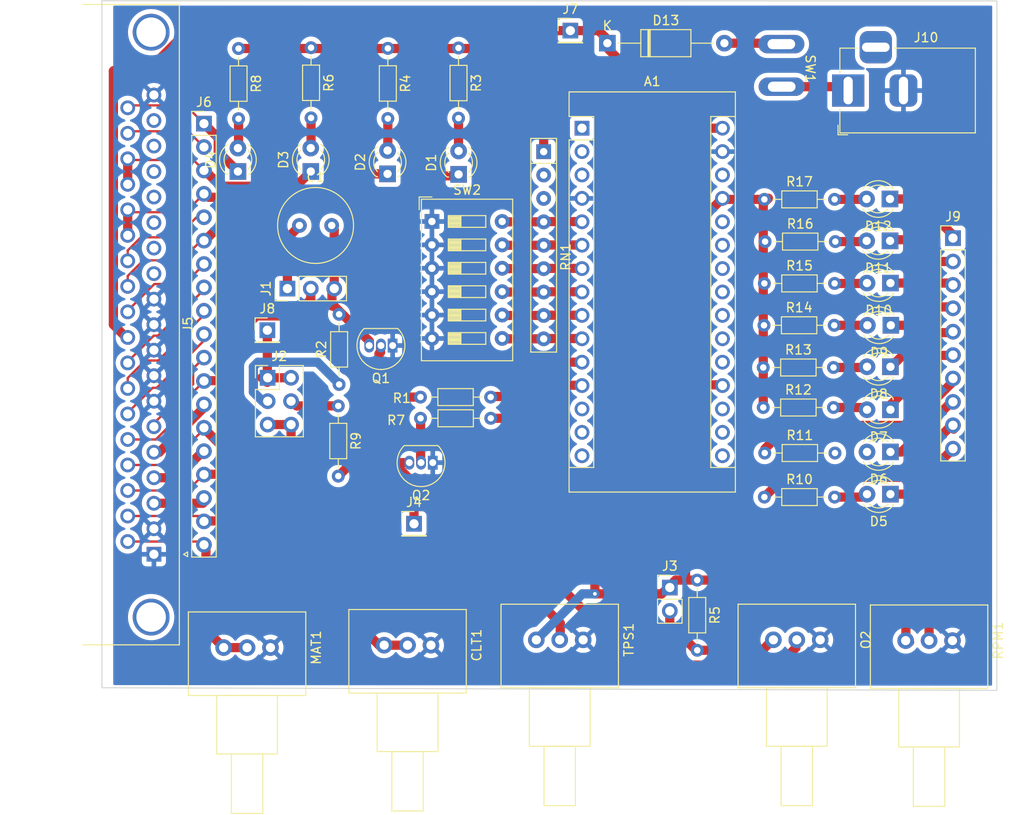
<source format=kicad_pcb>
(kicad_pcb (version 20211014) (generator pcbnew)
  (layers (0 "F.Cu" signal) (31 "B.Cu" signal) (34 "B.Paste" user) (35 "F.Paste" user) (36 "B.SilkS" user "B.Silkscreen") (37 "F.SilkS" user "F.Silkscreen") (38 "B.Mask" user) (39 "F.Mask" user) (44 "Edge.Cuts" user))
  (net 0 "")
  (net 4 "GND")
  (net 5 "Net-(A1-Pad5)")
  (net 6 "Net-(A1-Pad6)")
  (net 7 "Net-(A1-Pad7)")
  (net 8 "Net-(A1-Pad8)")
  (net 9 "Net-(A1-Pad9)")
  (net 10 "Net-(A1-Pad10)")
  (net 11 "Net-(A1-Pad11)")
  (net 12 "Net-(A1-Pad12)")
  (net 19 "Net-(A1-Pad19)")
  (net 27 "Net-(A1-Pad27)")
  (net 29 "Net-(A1-Pad30)")
  (net 30 "Net-(C1-Pad1)")
  (net 31 "Net-(C1-Pad2)")
  (net 32 "Net-(CLT1-Pad1)")
  (net 33 "Net-(D1-Pad1)")
  (net 34 "Net-(D1-Pad2)")
  (net 35 "Net-(D2-Pad1)")
  (net 36 "Net-(D2-Pad2)")
  (net 37 "Net-(D3-Pad1)")
  (net 38 "Net-(D3-Pad2)")
  (net 39 "Net-(D4-Pad1)")
  (net 40 "Net-(D4-Pad2)")
  (net 41 "Net-(J1-Pad2)")
  (net 42 "Net-(J2-Pad3)")
  (net 43 "Net-(J2-Pad4)")
  (net 44 "Net-(D5-Pad1)")
  (net 45 "Net-(J4-Pad1)")
  (net 46 "Net-(J5-Pad3)")
  (net 47 "Net-(J5-Pad4)")
  (net 48 "Net-(J5-Pad5)")
  (net 49 "Net-(J5-Pad6)")
  (net 57 "Net-(D5-Pad2)")
  (net 58 "Net-(D6-Pad1)")
  (net 59 "Net-(D6-Pad2)")
  (net 60 "Net-(J5-Pad25)")
  (net 61 "Net-(J5-Pad26)")
  (net 62 "Net-(J5-Pad27)")
  (net 63 "Net-(J5-Pad29)")
  (net 64 "Net-(J5-Pad31)")
  (net 65 "Net-(J5-Pad36)")
  (net 66 "Net-(D7-Pad1)")
  (net 67 "Net-(Q1-Pad2)")
  (net 68 "Net-(Q2-Pad2)")
  (net 69 "Net-(J2-Pad1)")
  (net 70 "Net-(D7-Pad2)")
  (net 71 "Net-(D8-Pad1)")
  (net 72 "Net-(D8-Pad2)")
  (net 73 "Net-(D9-Pad1)")
  (net 74 "Net-(D9-Pad2)")
  (net 75 "Net-(D10-Pad1)")
  (net 76 "Net-(D10-Pad2)")
  (net 77 "Net-(D11-Pad1)")
  (net 78 "Net-(D11-Pad2)")
  (net 79 "Net-(D12-Pad1)")
  (net 80 "Net-(D12-Pad2)")
  (net 81 "Net-(D13-Pad2)")
  (net 82 "Net-(J3-Pad2)")
  (net 83 "Net-(J5-Pad20)")
  (net 84 "Net-(J5-Pad22)")
  (net 85 "Net-(J5-Pad23)")
  (net 86 "Net-(J9-Pad7)")
  (net 87 "Net-(J9-Pad9)")
  (net 88 "Net-(J10-Pad1)")
  (footprint "Resistor_THT:R_Array_SIP9" (layer "F.Cu") (at 146.553 67.21 -90)
    (fp_text reference "RN1")
    (fp_text value "R_Network08_US")
  )
  (footprint "LED_THT:LED_D3.0mm_Clear" (layer "F.Cu") (at 129.616 69.6215 90)
    (fp_text reference "D2")
    (fp_text value "LED")
  )
  (footprint "LED_THT:LED_D3.0mm_Clear" (layer "F.Cu") (at 184.175 90.56217 180)
    (fp_text reference "D8")
    (fp_text value "LED")
  )
  (footprint "Connector_BarrelJack:BarrelJack_Horizontal" (layer "F.Cu") (at 179.589 60.574 180)
    (fp_text reference "J10")
    (fp_text value "Barrel_Jack")
  )
  (footprint "Resistor_THT:R_Axial_DIN0204_L3.6mm_D1.6mm_P7.62mm_Horizontal" (layer "F.Cu") (at 170.497 104.70917)
    (fp_text reference "R10")
    (fp_text value "330")
  )
  (footprint "Connector_PinHeader_2.54mm:PinHeader_1x01_P2.54mm_Vertical" (layer "F.Cu") (at 132.486 107.609)
    (fp_text reference "J4")
    (fp_text value "2ND Trigger")
  )
  (footprint "Capacitor_THT:C_Radial_D8.0mm_H11.5mm_P3.50mm" (layer "F.Cu") (at 120.054 75.22)
    (fp_text reference "C1")
    (fp_text value "100n")
  )
  (footprint "Connector_PinHeader_2.54mm:PinHeader_1x02_P2.54mm_Vertical" (layer "F.Cu") (at 160.238 114.527)
    (fp_text reference "J3")
    (fp_text value "O2")
  )
  (footprint "Connector_PinHeader_2.54mm:PinHeader_1x01_P2.54mm_Vertical" (layer "F.Cu") (at 116.57 86.591)
    (fp_text reference "J8")
    (fp_text value "12v")
  )
  (footprint "Resistor_THT:R_Axial_DIN0204_L3.6mm_D1.6mm_P7.62mm_Horizontal" (layer "F.Cu") (at 170.497 81.51517)
    (fp_text reference "R15")
    (fp_text value "330")
  )
  (footprint "Diode_THT:D_A-405_P12.70mm_Horizontal" (layer "F.Cu") (at 153.461 55.433)
    (fp_text reference "D13")
    (fp_text value "D")
  )
  (footprint "Connector_Dsub:DSUB-37_Female_Horizontal_P2.77x2.84mm_EdgePinOffset4.94mm_Housed_MountingHolesOffset7.48mm" (layer "F.Cu") (at 104.265331 110.92 -90)
    (fp_text reference "J5")
    (fp_text value "DB37_Male")
  )
  (footprint "Potentiometer_THT:Potentiometer_Vishay_148-149_Single_Horizontal" (layer "F.Cu") (at 111.833 121.05 -90)
    (fp_text reference "MAT1")
    (fp_text value "10K")
  )
  (footprint "Package_TO_SOT_THT:TO-92_Inline" (layer "F.Cu") (at 134.519 100.9695 180)
    (fp_text reference "Q2")
    (fp_text value "2N3904")
  )
  (footprint "Resistor_THT:R_Axial_DIN0204_L3.6mm_D1.6mm_P7.62mm_Horizontal" (layer "F.Cu") (at 163.214 113.72 -90)
    (fp_text reference "R5")
    (fp_text value "1K")
  )
  (footprint "Potentiometer_THT:Potentiometer_Vishay_148-149_Single_Horizontal" (layer "F.Cu") (at 129.245 120.7875 -90)
    (fp_text reference "CLT1")
    (fp_text value "10K")
  )
  (footprint "Connector_PinHeader_2.54mm:PinHeader_1x03_P2.54mm_Vertical" (layer "F.Cu") (at 118.748 82.074 90)
    (fp_text reference "J1")
    (fp_text value "TACH")
  )
  (footprint "Potentiometer_THT:Potentiometer_Vishay_148-149_Single_Horizontal" (layer "F.Cu") (at 185.828 120.293 -90)
    (fp_text reference "RPM1")
    (fp_text value "10K")
  )
  (footprint "Connector_PinHeader_2.54mm:PinHeader_2x03_P2.54mm_Vertical" (layer "F.Cu") (at 116.607 91.7575)
    (fp_text reference "J2")
    (fp_text value "Conn_02x03_Odd_Even")
  )
  (footprint "LED_THT:LED_D3.0mm_Clear" (layer "F.Cu") (at 113.38 69.3635 90)
    (fp_text reference "D4")
    (fp_text value "LED")
  )
  (footprint "Connector_PinHeader_2.54mm:PinHeader_1x01_P2.54mm_Vertical" (layer "F.Cu") (at 149.445 54.0705)
    (fp_text reference "J7")
    (fp_text value "12v")
  )
  (footprint "Resistor_THT:R_Axial_DIN0204_L3.6mm_D1.6mm_P7.62mm_Horizontal" (layer "F.Cu") (at 170.497 72.38917)
    (fp_text reference "R17")
    (fp_text value "330")
  )
  (footprint "Potentiometer_THT:Potentiometer_Vishay_148-149_Single_Horizontal" (layer "F.Cu") (at 171.476 120.205 -90)
    (fp_text reference "O2")
    (fp_text value "10K")
  )
  (footprint "Resistor_THT:R_Axial_DIN0204_L3.6mm_D1.6mm_P7.62mm_Horizontal" (layer "F.Cu") (at 170.378 94.98517)
    (fp_text reference "R12")
    (fp_text value "330")
  )
  (footprint "Resistor_THT:R_Axial_DIN0204_L3.6mm_D1.6mm_P7.62mm_Horizontal" (layer "F.Cu") (at 170.457 86.05817)
    (fp_text reference "R14")
    (fp_text value "330")
  )
  (footprint "Resistor_THT:R_Axial_DIN0204_L3.6mm_D1.6mm_P7.62mm_Horizontal" (layer "F.Cu") (at 170.378 90.64117)
    (fp_text reference "R13")
    (fp_text value "330")
  )
  (footprint "Resistor_THT:R_Axial_DIN0204_L3.6mm_D1.6mm_P7.62mm_Horizontal" (layer "F.Cu") (at 170.577 76.97217)
    (fp_text reference "R16")
    (fp_text value "330")
  )
  (footprint "Resistor_THT:R_Axial_DIN0204_L3.6mm_D1.6mm_P7.62mm_Horizontal" (layer "F.Cu") (at 129.645 55.9945 -90)
    (fp_text reference "R4")
    (fp_text value "330")
  )
  (footprint "Button_Switch_THT:MTS-101_SPST" (layer "F.Cu") (at 172.378 55.456 -90)
    (fp_text reference "SW1")
    (fp_text value "SW_SPST")
  )
  (footprint "LED_THT:LED_D3.0mm_Clear" (layer "F.Cu") (at 184.175 104.39117 180)
    (fp_text reference "D5")
    (fp_text value "LED")
  )
  (footprint "LED_THT:LED_D3.0mm_Clear" (layer "F.Cu") (at 137.326 69.6765 90)
    (fp_text reference "D1")
    (fp_text value "LED")
  )
  (footprint "Resistor_THT:R_Axial_DIN0204_L3.6mm_D1.6mm_P7.62mm_Horizontal" (layer "F.Cu") (at 140.804 93.8545 180)
    (fp_text reference "R1")
    (fp_text value "1K")
  )
  (footprint "Module:Arduino_Nano" (layer "F.Cu") (at 150.712 64.663)
    (fp_text reference "A1")
    (fp_text value "Arduino_Nano_v3.x")
  )
  (footprint "LED_THT:LED_D3.0mm_Clear" (layer "F.Cu") (at 184.175 99.80817 180)
    (fp_text reference "D6")
    (fp_text value "LED")
  )
  (footprint "Resistor_THT:R_Axial_DIN0204_L3.6mm_D1.6mm_P7.62mm_Horizontal" (layer "F.Cu") (at 124.359 92.4855 90)
    (fp_text reference "R2")
    (fp_text value "1K")
  )
  (footprint "Potentiometer_THT:Potentiometer_Vishay_148-149_Single_Horizontal" (layer "F.Cu") (at 145.756 120.2095 -90)
    (fp_text reference "TPS1")
    (fp_text value "10K")
  )
  (footprint "Resistor_THT:R_Axial_DIN0204_L3.6mm_D1.6mm_P7.62mm_Horizontal" (layer "F.Cu") (at 140.814 96.1535 180)
    (fp_text reference "R7")
    (fp_text value "1K")
  )
  (footprint "Resistor_THT:R_Axial_DIN0204_L3.6mm_D1.6mm_P7.62mm_Horizontal" (layer "F.Cu") (at 170.537 99.92717)
    (fp_text reference "R11")
    (fp_text value "330")
  )
  (footprint "LED_THT:LED_D3.0mm_Clear" (layer "F.Cu") (at 184.135 76.89217 180)
    (fp_text reference "D11")
    (fp_text value "LED")
  )
  (footprint "Connector_PinHeader_2.54mm:PinHeader_1x10_P2.54mm_Vertical" (layer "F.Cu") (at 190.963 76.59517)
    (fp_text reference "J9")
    (fp_text value "Conn_01x10_Female")
  )
  (footprint "LED_THT:LED_D3.0mm_Clear" (layer "F.Cu") (at 184.175 81.47517 180)
    (fp_text reference "D10")
    (fp_text value "LED")
  )
  (footprint "Resistor_THT:R_Axial_DIN0204_L3.6mm_D1.6mm_P7.62mm_Horizontal" (layer "F.Cu") (at 121.315 55.9225 -90)
    (fp_text reference "R6")
    (fp_text value "330")
  )
  (footprint "LED_THT:LED_D3.0mm_Clear" (layer "F.Cu") (at 184.215 86.05817 180)
    (fp_text reference "D9")
    (fp_text value "LED")
  )
  (footprint "Button_Switch_THT:SW_DIP_SPSTx06_Slide_9.78x17.42mm_W7.62mm_P2.54mm" (layer "F.Cu") (at 134.43 74.789)
    (fp_text reference "SW2")
    (fp_text value "SW_DIP_x06")
  )
  (footprint "LED_THT:LED_D3.0mm_Clear" (layer "F.Cu") (at 184.175 95.22517 180)
    (fp_text reference "D7")
    (fp_text value "LED")
  )
  (footprint "Resistor_THT:R_Axial_DIN0204_L3.6mm_D1.6mm_P7.62mm_Horizontal" (layer "F.Cu") (at 124.269 94.8115 -90)
    (fp_text reference "R9")
    (fp_text value "1K")
  )
  (footprint "LED_THT:LED_D3.0mm_Clear" (layer "F.Cu") (at 184.124 72.34917 180)
    (fp_text reference "D12")
    (fp_text value "LED")
  )
  (footprint "LED_THT:LED_D3.0mm_Clear" (layer "F.Cu") (at 121.284 69.3635 90)
    (fp_text reference "D3")
    (fp_text value "LED")
  )
  (footprint "Connector_PinHeader_2.54mm:PinHeader_1x19_P2.54mm_Vertical" (layer "F.Cu") (at 109.695 64.168)
    (fp_text reference "J6")
    (fp_text value "Conn_01x19_Male")
  )
  (footprint "Resistor_THT:R_Axial_DIN0204_L3.6mm_D1.6mm_P7.62mm_Horizontal" (layer "F.Cu") (at 137.313 55.9515 -90)
    (fp_text reference "R3")
    (fp_text value "330")
  )
  (footprint "Resistor_THT:R_Axial_DIN0204_L3.6mm_D1.6mm_P7.62mm_Horizontal" (layer "F.Cu") (at 113.448 56.0115 -90)
    (fp_text reference "R8")
    (fp_text value "330")
  )
  (footprint "Package_TO_SOT_THT:TO-92_Inline" (layer "F.Cu") (at 130.167 88.259 180)
    (fp_text reference "Q1")
    (fp_text value "2N3904")
  )
  (gr_line (start 98.602 50.831) (end 195.706 50.845) (layer "Edge.Cuts") (width 0.1))
  (gr_line (start 195.725 50.836) (end 195.713 125.68) (layer "Edge.Cuts") (width 0.1))
  (gr_line (start 98.624 125.412) (end 98.624 50.808) (layer "Edge.Cuts") (width 0.1))
  (gr_line (start 195.713 125.691) (end 98.626 125.408) (layer "Edge.Cuts") (width 0.1))
  (segment (start 150.809 74.802) (end 150.878 74.871) (width 1) (layer "F.Cu") (net 5))
  (segment (start 147.1735 74.802) (end 150.809 74.802) (width 1) (layer "F.Cu") (net 5))
  (segment (start 142.204 74.83) (end 142.154 74.78) (width 1) (layer "F.Cu") (net 5))
  (segment (start 146.553 74.83) (end 142.204 74.83) (width 1) (layer "F.Cu") (net 5))
  (segment (start 142.493 77.37) (end 142.427 77.304) (width 1) (layer "F.Cu") (net 6))
  (segment (start 146.553 77.37) (end 142.493 77.37) (width 1) (layer "F.Cu") (net 6))
  (segment (start 147.1735 77.342) (end 150.639 77.342) (width 1) (layer "F.Cu") (net 6))
  (segment (start 150.729 79.882) (end 150.745 79.866) (width 1) (layer "F.Cu") (net 7))
  (segment (start 147.1735 79.882) (end 150.729 79.882) (width 1) (layer "F.Cu") (net 7))
  (segment (start 146.553 79.91) (end 142.072 79.91) (width 1) (layer "F.Cu") (net 7))
  (segment (start 142.072 79.91) (end 141.984 79.998) (width 1) (layer "F.Cu") (net 7))
  (segment (start 150.712 82.443) (end 150.73 82.443) (width 1) (layer "F.Cu") (net 8))
  (segment (start 146.553 82.45) (end 141.946 82.45) (width 1) (layer "F.Cu") (net 8))
  (segment (start 150.751 82.422) (end 150.825 82.496) (width 1) (layer "F.Cu") (net 8))
  (segment (start 141.946 82.45) (end 141.881 82.385) (width 1) (layer "F.Cu") (net 8))
  (segment (start 150.73 82.443) (end 150.751 82.422) (width 1) (layer "F.Cu") (net 8))
  (segment (start 147.1735 82.422) (end 150.751 82.422) (width 1) (layer "F.Cu") (net 8))
  (segment (start 142.346 84.99) (end 142.291 85.045) (width 1) (layer "F.Cu") (net 9))
  (segment (start 150.873 84.962) (end 150.958 85.047) (width 1) (layer "F.Cu") (net 9))
  (segment (start 147.1735 84.962) (end 150.873 84.962) (width 1) (layer "F.Cu") (net 9))
  (segment (start 146.553 84.99) (end 142.346 84.99) (width 1) (layer "F.Cu") (net 9))
  (segment (start 150.815 87.523) (end 150.836 87.502) (width 1) (layer "F.Cu") (net 10))
  (segment (start 150.836 87.502) (end 150.878 87.544) (width 1) (layer "F.Cu") (net 10))
  (segment (start 142.218 87.53) (end 142.086 87.398) (width 1) (layer "F.Cu") (net 10))
  (segment (start 147.1735 87.502) (end 150.836 87.502) (width 1) (layer "F.Cu") (net 10))
  (segment (start 146.553 87.53) (end 142.218 87.53) (width 1) (layer "F.Cu") (net 10))
  (segment (start 150.712 87.523) (end 150.815 87.523) (width 1) (layer "F.Cu") (net 10))
  (segment (start 150.712 90.063) (end 148.758 90.063) (width 1) (layer "F.Cu") (net 11))
  (segment (start 148.758 90.063) (end 145.033 93.788) (width 1) (layer "F.Cu") (net 11))
  (segment (start 140.798 93.7195) (end 140.702 93.8155) (width 1) (layer "F.Cu") (net 11))
  (segment (start 145.033 93.788) (end 140.809 93.788) (width 1) (layer "F.Cu") (net 11))
  (segment (start 148.779 92.566) (end 150.772 92.566) (width 1) (layer "F.Cu") (net 12))
  (segment (start 145.1915 96.1535) (end 148.779 92.566) (width 1) (layer "F.Cu") (net 12))
  (segment (start 140.814 96.1535) (end 145.1915 96.1535) (width 1) (layer "F.Cu") (net 12))
  (segment (start 163.734 92.526) (end 165.885 92.526) (width 1) (layer "F.Cu") (net 19))
  (segment (start 164.929 110.879) (end 163.14552 109.09552) (width 1) (layer "F.Cu") (net 19))
  (segment (start 182.146 110.879) (end 164.929 110.879) (width 1) (layer "F.Cu") (net 19))
  (segment (start 188.368 120.293) (end 188.368 117.101) (width 1) (layer "F.Cu") (net 19))
  (segment (start 188.368 117.101) (end 182.146 110.879) (width 1) (layer "F.Cu") (net 19))
  (segment (start 163.14552 93.11448) (end 163.734 92.526) (width 1) (layer "F.Cu") (net 19))
  (segment (start 163.14552 109.09552) (end 163.14552 93.11448) (width 1) (layer "F.Cu") (net 19))
  (segment (start 166.19217 72.38917) (end 165.885 72.082) (width 1) (layer "F.Cu") (net 27))
  (segment (start 161.946 72.897978) (end 161.946 77.075) (width 1) (layer "F.Cu") (net 27))
  (segment (start 146.921511 57.873489) (end 161.946 72.897978) (width 1) (layer "F.Cu") (net 27))
  (segment (start 185.851 116.617) (end 185.851 119.845) (width 1) (layer "F.Cu") (net 27))
  (segment (start 186.105949 120.293) (end 186.255949 120.443) (width 1) (layer "F.Cu") (net 27))
  (segment (start 151.76748 113.39098) (end 152.109 113.7325) (width 1) (layer "F.Cu") (net 27))
  (segment (start 146.553 67.21) (end 146.553 58.242) (width 1) (layer "F.Cu") (net 27))
  (segment (start 119.147 96.8375) (end 119.147 105.020744) (width 1) (layer "F.Cu") (net 27))
  (segment (start 161.946 76.289) (end 161.946 77.075) (width 1) (layer "F.Cu") (net 27))
  (segment (start 159.3645 115.2145) (end 152.109 115.2145) (width 1) (layer "F.Cu") (net 27))
  (segment (start 182.954 113.72) (end 185.851 116.617) (width 1) (layer "F.Cu") (net 27))
  (segment (start 113.448 56.0115) (end 145.059522 56.0115) (width 1) (layer "F.Cu") (net 27))
  (segment (start 170.497 72.38917) (end 166.19217 72.38917) (width 1) (layer "F.Cu") (net 27))
  (segment (start 170.378 72.83517) (end 170.944 72.26917) (width 1) (layer "F.Cu") (net 27))
  (segment (start 163.214 113.72) (end 182.954 113.72) (width 1) (layer "F.Cu") (net 27))
  (segment (start 170.378 94.98517) (end 170.378 72.83517) (width 1) (layer "F.Cu") (net 27))
  (segment (start 152.109 113.7325) (end 152.109 115.2145) (width 1) (layer "F.Cu") (net 27))
  (segment (start 163.214 113.72) (end 161.946 113.72) (width 1) (layer "F.Cu") (net 27))
  (segment (start 160.859 113.72) (end 159.3645 115.2145) (width 1) (layer "F.Cu") (net 27))
  (segment (start 146.553 58.242) (end 146.921511 57.873489) (width 1) (layer "F.Cu") (net 27))
  (segment (start 119.147 105.020744) (end 127.517236 113.39098) (width 1) (layer "F.Cu") (net 27))
  (segment (start 119.147 96.8375) (end 116.722 96.8375) (width 1) (layer "F.Cu") (net 27))
  (segment (start 127.517236 113.39098) (end 151.76748 113.39098) (width 1) (layer "F.Cu") (net 27))
  (segment (start 145.059522 56.0115) (end 146.921511 57.873489) (width 1) (layer "F.Cu") (net 27))
  (segment (start 185.828 120.293) (end 186.105949 120.293) (width 1) (layer "F.Cu") (net 27))
  (segment (start 116.722 96.8375) (end 116.605 96.9545) (width 1) (layer "F.Cu") (net 27))
  (segment (start 161.946 77.075) (end 161.946 113.72) (width 1) (layer "F.Cu") (net 27))
  (segment (start 161.946 113.72) (end 160.859 113.72) (width 1) (layer "F.Cu") (net 27))
  (segment (start 165.952 72.283) (end 161.946 76.289) (width 1) (layer "F.Cu") (net 27))
  (via (at 152.109 115.2145) (size 0.8) (drill 0.4) (layers "F.Cu" "B.Cu") (net 27))
  (segment (start 150.751 115.2145) (end 152.109 115.2145) (width 1) (layer "B.Cu") (net 27))
  (segment (start 145.756 120.2095) (end 150.751 115.2145) (width 1) (layer "B.Cu") (net 27))
  (segment (start 99.869 58.453) (end 99.869 85.99) (width 1) (layer "F.Cu") (net 29))
  (segment (start 149.445 54.0705) (end 152.5165 54.0705) (width 1) (layer "F.Cu") (net 29))
  (segment (start 107.952517 54.0705) (end 103.611017 58.412) (width 1) (layer "F.Cu") (net 29))
  (segment (start 103.611017 58.412) (end 99.91 58.412) (width 1) (layer "F.Cu") (net 29))
  (segment (start 162.153 64.663) (end 153.352 55.862) (width 1) (layer "F.Cu") (net 29))
  (segment (start 152.5165 54.0705) (end 153.631 55.185) (width 1) (layer "F.Cu") (net 29))
  (segment (start 99.91 58.412) (end 99.869 58.453) (width 1) (layer "F.Cu") (net 29))
  (segment (start 99.869 85.99) (end 101.543 87.664) (width 1) (layer "F.Cu") (net 29))
  (segment (start 149.445 54.0705) (end 107.952517 54.0705) (width 1) (layer "F.Cu") (net 29))
  (segment (start 165.952 64.663) (end 162.153 64.663) (width 1) (layer "F.Cu") (net 29))
  (segment (start 153.631 55.185) (end 153.631 55.424) (width 1) (layer "F.Cu") (net 29))
  (segment (start 118.748 82.074) (end 118.748 76.597) (width 1) (layer "F.Cu") (net 30))
  (segment (start 118.748 76.597) (end 119.995 75.35) (width 1) (layer "F.Cu") (net 30))
  (segment (start 123.812 83.958) (end 123.582 83.958) (width 1) (layer "F.Cu") (net 31))
  (segment (start 123.582 83.958) (end 123.582 82.125) (width 1) (layer "F.Cu") (net 31))
  (segment (start 123.828 75.715) (end 123.582 75.469) (width 1) (layer "F.Cu") (net 31))
  (segment (start 123.828 82.074) (end 123.828 75.715) (width 1) (layer "F.Cu") (net 31))
  (segment (start 127.627 88.259) (end 127.627 87.773) (width 1) (layer "F.Cu") (net 31))
  (segment (start 127.627 87.773) (end 123.812 83.958) (width 1) (layer "F.Cu") (net 31))
  (segment (start 109.393 106.765) (end 110.048 107.42) (width 0.25) (layer "F.Cu") (net 32))
  (segment (start 128.697 120.7875) (end 118.532 110.6225) (width 1) (layer "F.Cu") (net 32))
  (segment (start 131.785 120.7875) (end 128.697 120.7875) (width 1) (layer "F.Cu") (net 32))
  (segment (start 118.532 110.604) (end 115.227 107.299) (width 1) (layer "F.Cu") (net 32))
  (segment (start 118.532 110.6225) (end 118.532 110.604) (width 1) (layer "F.Cu") (net 32))
  (segment (start 101.425331 106.765) (end 109.393 106.765) (width 0.25) (layer "F.Cu") (net 32))
  (segment (start 115.227 107.299) (end 109.966 107.299) (width 1) (layer "F.Cu") (net 32))
  (segment (start 109.952 76.705) (end 113.294949 73.362051) (width 1) (layer "F.Cu") (net 33))
  (segment (start 129.385949 73.362051) (end 132.912 69.836) (width 1) (layer "F.Cu") (net 33))
  (segment (start 101.425331 81.835) (end 101.425331 80.70363) (width 0.25) (layer "F.Cu") (net 33))
  (segment (start 103.122961 79.006) (end 107.245 79.006) (width 0.25) (layer "F.Cu") (net 33))
  (segment (start 101.425331 80.70363) (end 103.122961 79.006) (width 0.25) (layer "F.Cu") (net 33))
  (segment (start 113.294949 73.362051) (end 129.385949 73.362051) (width 1) (layer "F.Cu") (net 33))
  (segment (start 107.245 79.006) (end 109.53 76.721) (width 0.25) (layer "F.Cu") (net 33))
  (segment (start 132.912 69.836) (end 137.278 69.836) (width 1) (layer "F.Cu") (net 33))
  (segment (start 137.313 66.6885) (end 137.62 66.9955) (width 1) (layer "F.Cu") (net 34))
  (segment (start 137.313 63.5715) (end 137.313 66.6885) (width 1) (layer "F.Cu") (net 34))
  (segment (start 109.695 71.788) (end 107.697511 73.785489) (width 0.25) (layer "F.Cu") (net 35))
  (segment (start 101.425331 73.525) (end 101.425331 76.131331) (width 1) (layer "F.Cu") (net 35))
  (segment (start 122.233077 72.162531) (end 110.231531 72.162531) (width 1) (layer "F.Cu") (net 35))
  (segment (start 110.231531 72.162531) (end 109.872 71.803) (width 1) (layer "F.Cu") (net 35))
  (segment (start 101.333489 73.785489) (end 101.187 73.639) (width 0.25) (layer "F.Cu") (net 35))
  (segment (start 107.697511 73.785489) (end 101.333489 73.785489) (width 0.25) (layer "F.Cu") (net 35))
  (segment (start 129.616 69.6215) (end 123.4115 69.6215) (width 1) (layer "F.Cu") (net 35))
  (segment (start 123.4115 70.984108) (end 122.233077 72.162531) (width 1) (layer "F.Cu") (net 35))
  (segment (start 123.4115 69.6215) (end 123.4115 70.984108) (width 1) (layer "F.Cu") (net 35))
  (segment (start 101.425331 76.131331) (end 101.547 76.253) (width 1) (layer "F.Cu") (net 35))
  (segment (start 129.645 67.4255) (end 129.649 67.4295) (width 1) (layer "F.Cu") (net 36))
  (segment (start 129.645 63.6145) (end 129.645 67.4255) (width 1) (layer "F.Cu") (net 36))
  (segment (start 129.649 67.4295) (end 129.697 67.4295) (width 1) (layer "F.Cu") (net 36))
  (segment (start 109.695 69.248) (end 108.56 68.113) (width 0.25) (layer "F.Cu") (net 37))
  (segment (start 101.425331 70.863331) (end 101.496 70.934) (width 1) (layer "F.Cu") (net 37))
  (segment (start 119.684489 70.963011) (end 111.503011 70.963011) (width 1) (layer "F.Cu") (net 37))
  (segment (start 101.425331 67.985) (end 101.425331 70.863331) (width 1) (layer "F.Cu") (net 37))
  (segment (start 101.347 68.113) (end 101.267 68.033) (width 0.25) (layer "F.Cu") (net 37))
  (segment (start 121.284 69.3635) (end 119.684489 70.963011) (width 1) (layer "F.Cu") (net 37))
  (segment (start 108.56 68.113) (end 101.347 68.113) (width 0.25) (layer "F.Cu") (net 37))
  (segment (start 111.503011 70.963011) (end 109.713 69.173) (width 1) (layer "F.Cu") (net 37))
  (segment (start 121.315 63.5425) (end 121.315 66.7285) (width 1) (layer "F.Cu") (net 38))
  (segment (start 121.315 66.7285) (end 121.533 66.9465) (width 1) (layer "F.Cu") (net 38))
  (segment (start 109.695 64.168) (end 107.711511 62.184511) (width 0.25) (layer "F.Cu") (net 39))
  (segment (start 101.808489 62.184511) (end 101.267 62.726) (width 0.25) (layer "F.Cu") (net 39))
  (segment (start 111.244511 67.228011) (end 111.244511 65.722511) (width 1) (layer "F.Cu") (net 39))
  (segment (start 111.244511 65.722511) (end 109.952 64.43) (width 1) (layer "F.Cu") (net 39))
  (segment (start 113.38 69.3635) (end 111.244511 67.228011) (width 1) (layer "F.Cu") (net 39))
  (segment (start 107.711511 62.184511) (end 101.808489 62.184511) (width 0.25) (layer "F.Cu") (net 39))
  (segment (start 113.448 66.5925) (end 113.706 66.8505) (width 1) (layer "F.Cu") (net 40))
  (segment (start 113.448 63.6315) (end 113.448 66.5925) (width 1) (layer "F.Cu") (net 40))
  (segment (start 121.288 82.074) (end 121.288 83.237059) (width 1) (layer "F.Cu") (net 41))
  (segment (start 101.425331 98.455) (end 104.470631 98.455) (width 0.25) (layer "F.Cu") (net 41))
  (segment (start 113.074 90.932) (end 111.931 92.075) (width 1) (layer "F.Cu") (net 41))
  (segment (start 106.964 95.961631) (end 106.964 94.864) (width 0.25) (layer "F.Cu") (net 41))
  (segment (start 115.378511 85.041489) (end 113.074 87.346) (width 1) (layer "F.Cu") (net 41))
  (segment (start 119.48357 85.041489) (end 115.378511 85.041489) (width 1) (layer "F.Cu") (net 41))
  (segment (start 109.541 92.287) (end 109.541 92.155) (width 0.25) (layer "F.Cu") (net 41))
  (segment (start 106.964 94.864) (end 109.541 92.287) (width 0.25) (layer "F.Cu") (net 41))
  (segment (start 121.288 83.237059) (end 119.48357 85.041489) (width 1) (layer "F.Cu") (net 41))
  (segment (start 111.931 92.075) (end 109.647 92.075) (width 1) (layer "F.Cu") (net 41))
  (segment (start 104.470631 98.455) (end 106.964 95.961631) (width 0.25) (layer "F.Cu") (net 41))
  (segment (start 113.074 87.346) (end 113.074 90.932) (width 1) (layer "F.Cu") (net 41))
  (segment (start 116.047978 94.2975) (end 115.057489 93.307011) (width 1) (layer "B.Cu") (net 42))
  (segment (start 116.607 94.2975) (end 116.047978 94.2975) (width 1) (layer "B.Cu") (net 42))
  (segment (start 115.057489 90.556511) (end 115.546 90.068) (width 1) (layer "B.Cu") (net 42))
  (segment (start 115.057489 93.307011) (end 115.057489 90.556511) (width 1) (layer "B.Cu") (net 42))
  (segment (start 122.012 90.068) (end 124.456 92.512) (width 1) (layer "B.Cu") (net 42))
  (segment (start 115.546 90.068) (end 122.012 90.068) (width 1) (layer "B.Cu") (net 42))
  (segment (start 124.269 94.8115) (end 119.761 94.8115) (width 1) (layer "F.Cu") (net 43))
  (segment (start 119.761 94.8115) (end 119.311 94.3615) (width 1) (layer "F.Cu") (net 43))
  (segment (start 186.047 104.39117) (end 190.989 99.44917) (width 1) (layer "F.Cu") (net 44))
  (segment (start 184.175 104.39117) (end 186.047 104.39117) (width 1) (layer "F.Cu") (net 44))
  (segment (start 132.486 107.609) (end 132.486 103.213) (width 1) (layer "F.Cu") (net 45))
  (segment (start 131.979 100.9695) (end 130.2425 100.9695) (width 1) (layer "F.Cu") (net 45))
  (segment (start 132.486 103.213) (end 130.2425 100.9695) (width 1) (layer "F.Cu") (net 45))
  (segment (start 125.7395 100.9695) (end 124.299 102.41) (width 1) (layer "F.Cu") (net 45))
  (segment (start 130.2425 100.9695) (end 125.7395 100.9695) (width 1) (layer "F.Cu") (net 45))
  (segment (start 109.573 105.38) (end 109.992 104.961) (width 1) (layer "F.Cu") (net 46))
  (segment (start 104.265331 105.38) (end 109.573 105.38) (width 1) (layer "F.Cu") (net 46))
  (segment (start 109.992 104.961) (end 109.992 104.934) (width 1) (layer "F.Cu") (net 46))
  (segment (start 104.265331 102.61) (end 106.711 102.61) (width 1) (layer "F.Cu") (net 47))
  (segment (start 106.711 102.61) (end 109.833 99.488) (width 1) (layer "F.Cu") (net 47))
  (segment (start 109.86 94.831659) (end 109.86 94.466) (width 1) (layer "F.Cu") (net 48))
  (segment (start 104.265331 99.84) (end 104.851659 99.84) (width 1) (layer "F.Cu") (net 48))
  (segment (start 104.851659 99.84) (end 109.86 94.831659) (width 1) (layer "F.Cu") (net 48))
  (segment (start 108.520489 92.447) (end 108.520489 90.756511) (width 0.25) (layer "F.Cu") (net 49))
  (segment (start 104.265331 96.702158) (end 108.520489 92.447) (width 0.25) (layer "F.Cu") (net 49))
  (segment (start 108.520489 90.756511) (end 109.62 89.657) (width 0.25) (layer "F.Cu") (net 49))
  (segment (start 104.265331 97.07) (end 104.265331 96.702158) (width 0.25) (layer "F.Cu") (net 49))
  (segment (start 181.625 104.70917) (end 181.664 104.67017) (width 1) (layer "F.Cu") (net 57))
  (segment (start 178.117 104.70917) (end 181.625 104.70917) (width 1) (layer "F.Cu") (net 57))
  (segment (start 184.175 99.80817) (end 185.37 99.80817) (width 1) (layer "F.Cu") (net 58))
  (segment (start 185.37 99.80817) (end 190.87 94.30817) (width 1) (layer "F.Cu") (net 58))
  (segment (start 101.425331 95.685) (end 101.425331 95.5497) (width 0.25) (layer "F.Cu") (net 60))
  (segment (start 101.425331 95.5497) (end 104.129031 92.846) (width 0.25) (layer "F.Cu") (net 60))
  (segment (start 109.806 87.612) (end 109.806 86.868) (width 0.25) (layer "F.Cu") (net 60))
  (segment (start 104.129031 92.846) (end 104.572 92.846) (width 0.25) (layer "F.Cu") (net 60))
  (segment (start 104.572 92.846) (end 109.806 87.612) (width 0.25) (layer "F.Cu") (net 60))
  (segment (start 104.744489 89.884511) (end 109.7 84.929) (width 0.25) (layer "F.Cu") (net 61))
  (segment (start 101.425331 91.78363) (end 103.32445 89.884511) (width 0.25) (layer "F.Cu") (net 61))
  (segment (start 109.7 84.929) (end 109.7 84.663) (width 0.25) (layer "F.Cu") (net 61))
  (segment (start 103.32445 89.884511) (end 104.744489 89.884511) (width 0.25) (layer "F.Cu") (net 61))
  (segment (start 101.425331 92.915) (end 101.425331 91.78363) (width 0.25) (layer "F.Cu") (net 61))
  (segment (start 104.705 87.187) (end 109.567 82.325) (width 0.25) (layer "F.Cu") (net 62))
  (segment (start 109.567 82.325) (end 109.567 81.82) (width 0.25) (layer "F.Cu") (net 62))
  (segment (start 104.248031 87.187) (end 104.705 87.187) (width 0.25) (layer "F.Cu") (net 62))
  (segment (start 101.425331 90.145) (end 101.425331 90.0097) (width 0.25) (layer "F.Cu") (net 62))
  (segment (start 101.425331 90.0097) (end 104.248031 87.187) (width 0.25) (layer "F.Cu") (net 62))
  (segment (start 101.425331 84.605) (end 101.425331 84.4697) (width 0.25) (layer "F.Cu") (net 63))
  (segment (start 107.571489 81.574511) (end 109.742 79.404) (width 0.25) (layer "F.Cu") (net 63))
  (segment (start 104.32052 81.574511) (end 107.571489 81.574511) (width 0.25) (layer "F.Cu") (net 63))
  (segment (start 101.425331 84.4697) (end 104.32052 81.574511) (width 0.25) (layer "F.Cu") (net 63))
  (segment (start 101.425331 79.065) (end 101.425331 77.93363) (width 0.25) (layer "F.Cu") (net 64))
  (segment (start 108.838 74.383) (end 109.769 74.383) (width 0.25) (layer "F.Cu") (net 64))
  (segment (start 101.425331 77.93363) (end 102.850961 76.508) (width 0.25) (layer "F.Cu") (net 64))
  (segment (start 106.713 76.508) (end 108.838 74.383) (width 0.25) (layer "F.Cu") (net 64))
  (segment (start 102.850961 76.508) (end 106.713 76.508) (width 0.25) (layer "F.Cu") (net 64))
  (segment (start 109.695 66.708) (end 107.984 64.997) (width 0.25) (layer "F.Cu") (net 65))
  (segment (start 107.984 64.997) (end 101.267 64.997) (width 0.25) (layer "F.Cu") (net 65))
  (segment (start 189.555 89.32617) (end 191.189 89.32617) (width 1) (layer "F.Cu") (net 66))
  (segment (start 184.175 95.22517) (end 184.175 94.70617) (width 1) (layer "F.Cu") (net 66))
  (segment (start 184.175 94.70617) (end 189.555 89.32617) (width 1) (layer "F.Cu") (net 66))
  (segment (start 133.184 93.8545) (end 131.7645 93.8545) (width 1) (layer "F.Cu") (net 67))
  (segment (start 128.684 90.774) (end 128.684 89.158732) (width 1) (layer "F.Cu") (net 67))
  (segment (start 131.7645 93.8545) (end 128.684 90.774) (width 1) (layer "F.Cu") (net 67))
  (segment (start 128.85152 88.991212) (end 128.85152 88.08) (width 1) (layer "F.Cu") (net 67))
  (segment (start 128.684 89.158732) (end 128.85152 88.991212) (width 1) (layer "F.Cu") (net 67))
  (segment (start 133.14252 93.86502) (end 133.153 93.8755) (width 1) (layer "F.Cu") (net 67))
  (segment (start 133.20352 100.92402) (end 133.20352 96.21002) (width 1) (layer "F.Cu") (net 68))
  (segment (start 133.249 100.9695) (end 133.20352 100.92402) (width 1) (layer "F.Cu") (net 68))
  (segment (start 133.20352 96.21002) (end 133.153 96.1595) (width 1) (layer "F.Cu") (net 68))
  (segment (start 116.57 92.25) (end 116.422 92.102) (width 1) (layer "F.Cu") (net 69))
  (segment (start 116.422 92.102) (end 116.422 91.73) (width 1) (layer "F.Cu") (net 69))
  (segment (start 116.607 91.7575) (end 115.972 91.7575) (width 1) (layer "F.Cu") (net 69))
  (segment (start 119.147 91.7575) (end 117.088 91.7575) (width 1) (layer "F.Cu") (net 69))
  (segment (start 117.088 91.7575) (end 117.032 91.8135) (width 1) (layer "F.Cu") (net 69))
  (segment (start 116.57 86.591) (end 116.57 92.25) (width 1) (layer "F.Cu") (net 69))
  (segment (start 181.544 94.98517) (end 181.664 95.10517) (width 1) (layer "F.Cu") (net 70))
  (segment (start 177.998 94.98517) (end 181.544 94.98517) (width 1) (layer "F.Cu") (net 70))
  (segment (start 184.254 90.56217) (end 187.961 86.85517) (width 1) (layer "F.Cu") (net 71))
  (segment (start 187.961 86.85517) (end 191.149 86.85517) (width 1) (layer "F.Cu") (net 71))
  (segment (start 184.175 90.56217) (end 184.254 90.56217) (width 1) (layer "F.Cu") (net 71))
  (segment (start 177.998 90.64117) (end 181.505 90.64117) (width 1) (layer "F.Cu") (net 72))
  (segment (start 181.505 90.64117) (end 181.664 90.48217) (width 1) (layer "F.Cu") (net 72))
  (segment (start 190.392 84.06617) (end 190.75 84.42417) (width 1) (layer "F.Cu") (net 73))
  (segment (start 188.081 84.06617) (end 190.392 84.06617) (width 1) (layer "F.Cu") (net 73))
  (segment (start 186.089 86.05817) (end 188.081 84.06617) (width 1) (layer "F.Cu") (net 73))
  (segment (start 184.215 86.05817) (end 186.089 86.05817) (width 1) (layer "F.Cu") (net 73))
  (segment (start 181.305 86.05817) (end 181.584 85.77917) (width 1) (layer "F.Cu") (net 74))
  (segment (start 178.077 86.05817) (end 181.305 86.05817) (width 1) (layer "F.Cu") (net 74))
  (segment (start 184.175 81.47517) (end 191.149 81.47517) (width 1) (layer "F.Cu") (net 75))
  (segment (start 191.149 81.51517) (end 191.109 81.55517) (width 1) (layer "F.Cu") (net 75))
  (segment (start 191.149 81.47517) (end 191.149 81.51517) (width 1) (layer "F.Cu") (net 75))
  (segment (start 178.117 81.51517) (end 181.624 81.51517) (width 1) (layer "F.Cu") (net 76))
  (segment (start 181.624 81.51517) (end 181.903 81.23617) (width 1) (layer "F.Cu") (net 76))
  (segment (start 188.131 79.13517) (end 185.769 76.77317) (width 1) (layer "F.Cu") (net 77))
  (segment (start 185.769 76.77317) (end 184.055 76.77317) (width 1) (layer "F.Cu") (net 77))
  (segment (start 190.963 79.13517) (end 188.131 79.13517) (width 1) (layer "F.Cu") (net 77))
  (segment (start 181.584 76.97217) (end 181.863 76.69317) (width 1) (layer "F.Cu") (net 78))
  (segment (start 178.197 76.97217) (end 181.584 76.97217) (width 1) (layer "F.Cu") (net 78))
  (segment (start 187.044 72.34917) (end 191.029 76.33417) (width 1) (layer "F.Cu") (net 79))
  (segment (start 184.124 72.34917) (end 187.044 72.34917) (width 1) (layer "F.Cu") (net 79))
  (segment (start 191.029 76.33417) (end 191.029 76.49417) (width 1) (layer "F.Cu") (net 79))
  (segment (start 178.117 72.38917) (end 181.505 72.38917) (width 1) (layer "F.Cu") (net 80))
  (segment (start 181.505 72.38917) (end 181.704 72.19017) (width 1) (layer "F.Cu") (net 80))
  (segment (start 166.161 55.433) (end 173.567 55.433) (width 1) (layer "F.Cu") (net 81))
  (segment (start 173.567 55.433) (end 173.71 55.576) (width 1) (layer "F.Cu") (net 81))
  (segment (start 160.238 117.067) (end 160.238 118.486) (width 1) (layer "F.Cu") (net 82))
  (segment (start 163.214 121.34) (end 170.27 121.34) (width 1) (layer "F.Cu") (net 82))
  (segment (start 170.27 121.34) (end 171.344 120.266) (width 1) (layer "F.Cu") (net 82))
  (segment (start 160.238 118.486) (end 163.214 121.462) (width 1) (layer "F.Cu") (net 82))
  (segment (start 111.833 121.05) (end 114.37 121.05) (width 1) (layer "F.Cu") (net 83))
  (segment (start 111.833 121.05) (end 109.913 119.13) (width 1) (layer "F.Cu") (net 83))
  (segment (start 114.37 121.05) (end 114.383 121.063) (width 1) (layer "F.Cu") (net 83))
  (segment (start 109.913 119.13) (end 109.913 109.982) (width 1) (layer "F.Cu") (net 83))
  (segment (start 101.425331 109.535) (end 109.66 109.535) (width 0.25) (layer "F.Cu") (net 83))
  (segment (start 109.66 109.535) (end 109.753 109.628) (width 0.25) (layer "F.Cu") (net 83))
  (segment (start 148.353 120.4105) (end 148.353 118.3995) (width 1) (layer "F.Cu") (net 84))
  (segment (start 112.96325 102.22975) (end 109.80025 102.22975) (width 1) (layer "F.Cu") (net 84))
  (segment (start 109.80025 102.22975) (end 109.753 102.277) (width 1) (layer "F.Cu") (net 84))
  (segment (start 127.524 116.7905) (end 112.96325 102.22975) (width 1) (layer "F.Cu") (net 84))
  (segment (start 148.353 118.3995) (end 146.744 116.7905) (width 1) (layer "F.Cu") (net 84))
  (segment (start 148.308 120.4555) (end 148.353 120.4105) (width 1) (layer "F.Cu") (net 84))
  (segment (start 101.425331 103.995) (end 107.935 103.995) (width 0.25) (layer "F.Cu") (net 84))
  (segment (start 146.744 116.7905) (end 127.524 116.7905) (width 1) (layer "F.Cu") (net 84))
  (segment (start 107.935 103.995) (end 109.753 102.177) (width 0.25) (layer "F.Cu") (net 84))
  (segment (start 105.811 101.225) (end 109.833 97.203) (width 0.25) (layer "F.Cu") (net 85))
  (segment (start 113.004378 100.5745) (end 127.020378 114.5905) (width 1) (layer "F.Cu") (net 85))
  (segment (start 148.482 114.5905) (end 156.8405 122.949) (width 1) (layer "F.Cu") (net 85))
  (segment (start 113.004378 100.5745) (end 113.004378 100.560378) (width 1) (layer "F.Cu") (net 85))
  (segment (start 156.8405 122.949) (end 172.035 122.949) (width 1) (layer "F.Cu") (net 85))
  (segment (start 113.004378 100.560378) (end 109.594 97.15) (width 1) (layer "F.Cu") (net 85))
  (segment (start 172.035 122.949) (end 173.921 121.063) (width 1) (layer "F.Cu") (net 85))
  (segment (start 101.425331 101.225) (end 105.811 101.225) (width 0.25) (layer "F.Cu") (net 85))
  (segment (start 173.921 121.063) (end 173.921 120.107) (width 1) (layer "F.Cu") (net 85))
  (segment (start 127.020378 114.5905) (end 148.482 114.5905) (width 1) (layer "F.Cu") (net 85))
  (segment (start 173.098689 96.927481) (end 186.219348 96.927481) (width 1) (layer "F.Cu") (net 86))
  (segment (start 186.219348 96.927481) (end 190.79 92.356829) (width 1) (layer "F.Cu") (net 86))
  (segment (start 190.79 92.356829) (end 190.79 91.79717) (width 1) (layer "F.Cu") (net 86))
  (segment (start 170.537 99.48917) (end 173.098689 96.927481) (width 1) (layer "F.Cu") (net 86))
  (segment (start 170.497 104.70917) (end 172.649 102.55717) (width 1) (layer "F.Cu") (net 87))
  (segment (start 172.649 102.55717) (end 185.171 102.55717) (width 1) (layer "F.Cu") (net 87))
  (segment (start 190.963 97.263829) (end 191.036341 97.33717) (width 1) (layer "F.Cu") (net 87))
  (segment (start 185.171 102.55717) (end 190.87 96.85817) (width 1) (layer "F.Cu") (net 87))
  (segment (start 190.963 96.91517) (end 190.963 97.263829) (width 1) (layer "F.Cu") (net 87))
  (segment (start 180.113 60.625) (end 180.113 60.651) (width 1) (layer "F.Cu") (net 88))
  (segment (start 172.378 60.156) (end 179.644 60.156) (width 1) (layer "F.Cu") (net 88))
  (segment (start 179.644 60.156) (end 180.113 60.625) (width 1) (layer "F.Cu") (net 88))
  (zone (net 4) (net_name "GND") (layer "B.Cu") (connect_pads (clearance 0.508)) (min_thickness 0.254) (fill yes (thermal_gap 0.508) (thermal_bridge_width 0.508))
    (polygon (pts (xy 195.689 125.715) (xy 99.462 125.449) (xy 99.343 51.204) (xy 195.495 51.03)))
  )
)
</source>
